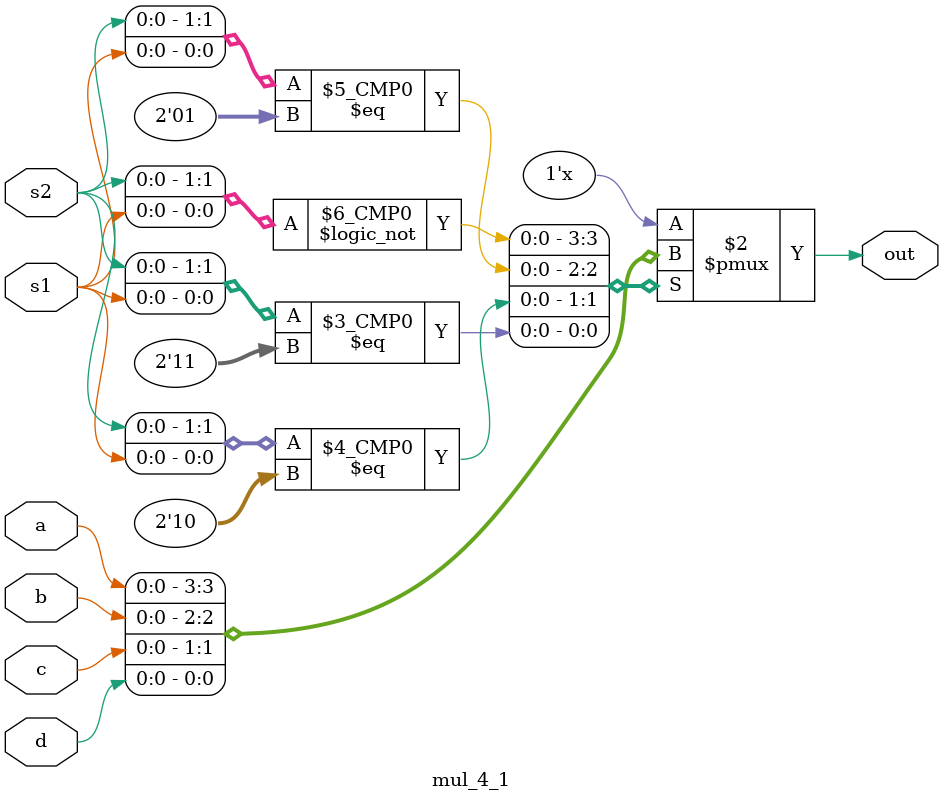
<source format=sv>
module mul_4_1(a,b,c,d,s1,s2,out);

input a,b,c,d,s1,s2;
output reg out;

always @(*)

case({s2,s1})
2'b00: out<= a;
2'b01: out<= b;
2'b10: out<= c;
2'b11: out<= d;
endcase

endmodule

</source>
